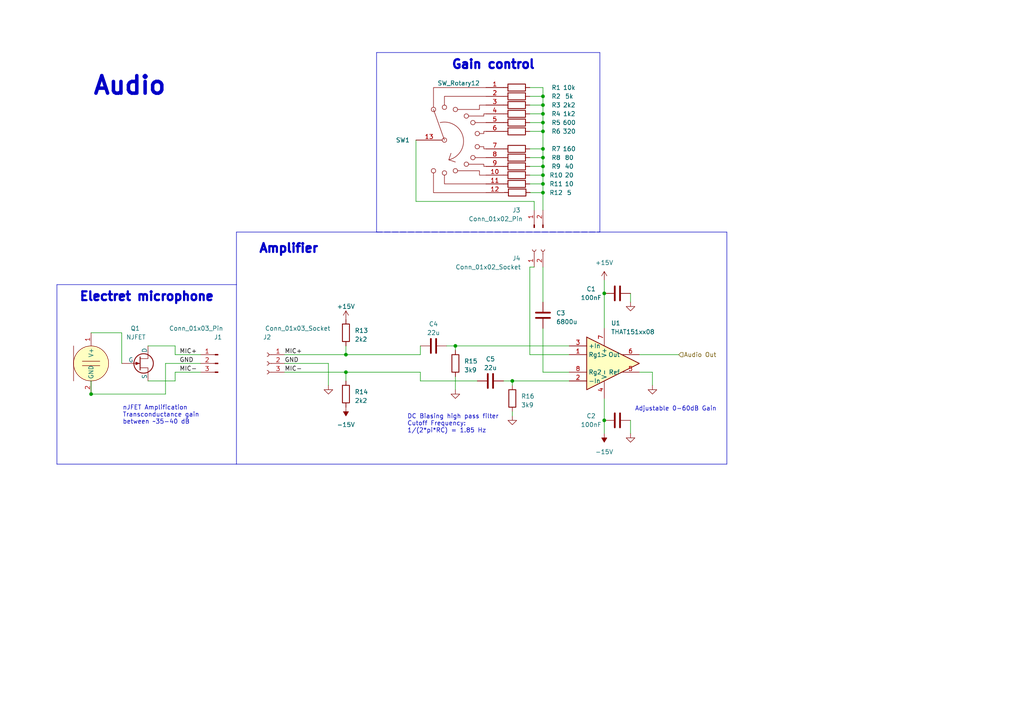
<source format=kicad_sch>
(kicad_sch (version 20230121) (generator eeschema)
  (paper "A4")
  (title_block (title "USB Microphone") (date "2023-09-21") (rev "0.1") (company "John Little"))
  (lib_symbols
    (symbol "Amplifier_Audio:THAT151xx08"
      (property "Reference" "U" (at 0 0 0))
      (property "Value" "THAT151xx08" (at 0 0 0))
      (symbol "THAT151xx08_0_1"
        (polyline (pts (xy -5.08 7.62) (xy -5.08 -7.62) (xy 10.16 0) (xy -5.08 7.62)) (stroke (width 0.254)) (fill (type background)))
      )
      (symbol "THAT151xx08_1_1"
        (pin passive line (at -10.16 2.54 0) (length 5.08) (name "Rg1") (number "1"))
        (pin input line (at -10.16 -5.08 0) (length 5.08) (name "-In") (number "2"))
        (pin input line (at -10.16 5.08 0) (length 5.08) (name "+In") (number "3"))
        (pin power_in line (at 0 -10.16 90) (length 5.08) (name "V-") (number "4"))
        (pin output line (at 10.16 -2.54 180) (length 5.08) (name "Ref") (number "5"))
        (pin output line (at 10.16 2.54 180) (length 5.08) (name "Out") (number "6"))
        (pin power_in line (at 0 10.16 270) (length 5.08) (name "V+") (number "7"))
        (pin passive line (at -10.16 -2.54 0) (length 5.08) (name "Rg2") (number "8"))
      )
    )
    (symbol "Connector:Conn_01x02_Pin" (pin_names (offset 1.016) hide)
      (property "Reference" "J" (at 0 2.54 0))
      (property "Value" "Conn_01x02_Pin" (at 0 -5.08 0))
      (symbol "Conn_01x02_Pin_1_1"
        (polyline (pts (xy 1.27 -2.54) (xy 0.8636 -2.54)) (stroke (width 0.1524)))
        (polyline (pts (xy 1.27 0) (xy 0.8636 0)) (stroke (width 0.1524)))
        (rectangle (start 0.8636 -2.413) (end 0 -2.667) (stroke (width 0.1524)) (fill (type outline)))
        (rectangle (start 0.8636 0.127) (end 0 -0.127) (stroke (width 0.1524)) (fill (type outline)))
        (pin passive line (at 5.08 0 180) (length 3.81) (name "Pin_1") (number "1"))
        (pin passive line (at 5.08 -2.54 180) (length 3.81) (name "Pin_2") (number "2"))
      )
    )
    (symbol "Connector:Conn_01x02_Socket" (pin_names (offset 1.016) hide)
      (property "Reference" "J" (at 0 2.54 0))
      (property "Value" "Conn_01x02_Socket" (at 0 -5.08 0))
      (symbol "Conn_01x02_Socket_1_1"
        (arc (start 0 -2.032) (mid -0.5058 -2.54) (end 0 -3.048) (stroke (width 0.1524)))
        (polyline (pts (xy -1.27 -2.54) (xy -0.508 -2.54)) (stroke (width 0.1524)))
        (polyline (pts (xy -1.27 0) (xy -0.508 0)) (stroke (width 0.1524)))
        (arc (start 0 0.508) (mid -0.5058 0) (end 0 -0.508) (stroke (width 0.1524)))
        (pin passive line (at -5.08 0 0) (length 3.81) (name "Pin_1") (number "1"))
        (pin passive line (at -5.08 -2.54 0) (length 3.81) (name "Pin_2") (number "2"))
      )
    )
    (symbol "Connector:Conn_01x03_Pin" (pin_names (offset 1.016) hide)
      (property "Reference" "J" (at 0 5.08 0))
      (property "Value" "Conn_01x03_Pin" (at 0 -5.08 0))
      (symbol "Conn_01x03_Pin_1_1"
        (polyline (pts (xy 1.27 -2.54) (xy 0.8636 -2.54)) (stroke (width 0.1524)))
        (polyline (pts (xy 1.27 0) (xy 0.8636 0)) (stroke (width 0.1524)))
        (polyline (pts (xy 1.27 2.54) (xy 0.8636 2.54)) (stroke (width 0.1524)))
        (rectangle (start 0.8636 -2.413) (end 0 -2.667) (stroke (width 0.1524)) (fill (type outline)))
        (rectangle (start 0.8636 0.127) (end 0 -0.127) (stroke (width 0.1524)) (fill (type outline)))
        (rectangle (start 0.8636 2.667) (end 0 2.413) (stroke (width 0.1524)) (fill (type outline)))
        (pin passive line (at 5.08 2.54 180) (length 3.81) (name "Pin_1") (number "1"))
        (pin passive line (at 5.08 0 180) (length 3.81) (name "Pin_2") (number "2"))
        (pin passive line (at 5.08 -2.54 180) (length 3.81) (name "Pin_3") (number "3"))
      )
    )
    (symbol "Connector:Conn_01x03_Socket" (pin_names (offset 1.016) hide)
      (property "Reference" "J" (at 0 5.08 0))
      (property "Value" "Conn_01x03_Socket" (at 0 -5.08 0))
      (symbol "Conn_01x03_Socket_1_1"
        (arc (start 0 -2.032) (mid -0.5058 -2.54) (end 0 -3.048) (stroke (width 0.1524)))
        (polyline (pts (xy -1.27 -2.54) (xy -0.508 -2.54)) (stroke (width 0.1524)))
        (polyline (pts (xy -1.27 0) (xy -0.508 0)) (stroke (width 0.1524)))
        (polyline (pts (xy -1.27 2.54) (xy -0.508 2.54)) (stroke (width 0.1524)))
        (arc (start 0 0.508) (mid -0.5058 0) (end 0 -0.508) (stroke (width 0.1524)))
        (arc (start 0 3.048) (mid -0.5058 2.54) (end 0 2.032) (stroke (width 0.1524)))
        (pin passive line (at -5.08 2.54 0) (length 3.81) (name "Pin_1") (number "1"))
        (pin passive line (at -5.08 0 0) (length 3.81) (name "Pin_2") (number "2"))
        (pin passive line (at -5.08 -2.54 0) (length 3.81) (name "Pin_3") (number "3"))
      )
    )
    (symbol "DIY Microphone:JLI2555BXZ3GP" (on_board no)
      (property "Reference" "U" (at 0 0 0))
      (symbol "JLI2555BXZ3GP_0_1"
        (polyline (pts (xy -5.08 -5.08) (xy -5.08 5.08)))
        (polyline (pts (xy 2.54 -0.635) (xy -2.54 -0.635)))
        (polyline (pts (xy 2.54 0.635) (xy -2.54 0.635)))
        (circle (center 0 0) (radius 5.08) (fill (type background)))
      )
      (symbol "JLI2555BXZ3GP_1_1"
        (pin output line (at 0 8.89 270) (length 3.81) (name "V+") (number "1"))
        (pin power_in line (at 0 -8.89 90) (length 3.81) (name "GND") (number "2"))
      )
    )
    (symbol "Device:C" (pin_numbers hide) (pin_names (offset 0.254))
      (property "Reference" "C" (at 0.635 2.54 0))
      (property "Value" "C" (at 0.635 -2.54 0))
      (symbol "C_0_1"
        (polyline (pts (xy -2.032 -0.762) (xy 2.032 -0.762)) (stroke (width 0.508)))
        (polyline (pts (xy -2.032 0.762) (xy 2.032 0.762)) (stroke (width 0.508)))
      )
      (symbol "C_1_1"
        (pin passive line (at 0 3.81 270) (length 2.794) (name "~") (number "1"))
        (pin passive line (at 0 -3.81 90) (length 2.794) (name "~") (number "2"))
      )
    )
    (symbol "Device:R" (pin_numbers hide) (pin_names (offset 0))
      (property "Reference" "R" (at 2.032 0 90))
      (property "Value" "R" (at 0 0 90))
      (symbol "R_0_1"
        (rectangle (start -1.016 -2.54) (end 1.016 2.54) (stroke (width 0.254)))
      )
      (symbol "R_1_1"
        (pin passive line (at 0 3.81 270) (length 1.27) (name "~") (number "1"))
        (pin passive line (at 0 -3.81 90) (length 1.27) (name "~") (number "2"))
      )
    )
    (symbol "Simulation_SPICE:NJFET" (pin_numbers hide) (pin_names (offset 0))
      (property "Reference" "Q" (at 5.08 1.27 0))
      (property "Value" "NJFET" (at 5.08 -1.27 0))
      (symbol "NJFET_0_1"
        (polyline (pts (xy 0.254 1.905) (xy 0.254 -1.905) (xy 0.254 -1.905)) (stroke (width 0.254)))
        (polyline (pts (xy 2.54 -2.54) (xy 2.54 -1.27) (xy 0.254 -1.27)))
        (polyline (pts (xy 2.54 2.54) (xy 2.54 1.397) (xy 0.254 1.397)))
        (polyline (pts (xy 0 0) (xy -1.016 0.381) (xy -1.016 -0.381) (xy 0 0)) (fill (type outline)))
        (circle (center 1.27 0) (radius 2.8194) (stroke (width 0.254)))
      )
      (symbol "NJFET_1_1"
        (pin passive line (at 2.54 5.08 270) (length 2.54) (name "D") (number "1"))
        (pin input line (at -5.08 0 0) (length 5.334) (name "G") (number "2"))
        (pin passive line (at 2.54 -5.08 90) (length 2.54) (name "S") (number "3"))
      )
    )
    (symbol "Switch:SW_Rotary12" (pin_names (offset 1.016) hide)
      (property "Reference" "SW" (at 0 17.78 0))
      (property "Value" "SW_Rotary12" (at 0 -17.78 0))
      (symbol "SW_Rotary12_0_0"
        (circle (center -10.16 -8.89) (radius 0.635))
        (circle (center -10.16 8.89) (radius 0.635))
        (circle (center -6.985 -9.525) (radius 0.635))
        (circle (center -6.985 0) (radius 0.635))
        (circle (center -6.985 9.525) (radius 0.635))
        (arc (start -5.715 -5.715) (mid -1.5995 0.937) (end -8.255 5.08))
        (circle (center -3.81 -8.89) (radius 0.635))
        (circle (center -3.81 8.89) (radius 0.635))
        (circle (center -0.635 -6.985) (radius 0.635))
        (circle (center -0.635 6.985) (radius 0.635))
        (polyline (pts (xy -6.985 0) (xy -10.16 8.89)))
        (polyline (pts (xy -5.715 -5.715) (xy -5.08 -3.81)))
        (polyline (pts (xy -5.715 -5.715) (xy -3.81 -6.35)))
        (polyline (pts (xy 1.905 -5.08) (xy 5.08 -5.08)))
        (polyline (pts (xy 1.905 5.08) (xy 5.08 5.08)))
        (polyline (pts (xy -10.16 -9.525) (xy -10.16 -15.24) (xy 5.08 -15.24)))
        (polyline (pts (xy -10.16 9.525) (xy -10.16 15.24) (xy 5.08 15.24)))
        (polyline (pts (xy -6.985 -10.16) (xy -6.985 -12.7) (xy 5.08 -12.7)))
        (polyline (pts (xy -6.985 10.16) (xy -6.985 12.7) (xy 5.08 12.7)))
        (polyline (pts (xy -3.175 -8.89) (xy 3.175 -8.89) (xy 3.175 -10.16) (xy 5.08 -10.16)))
        (polyline (pts (xy -3.175 8.89) (xy 3.175 8.89) (xy 3.175 10.16) (xy 5.08 10.16)))
        (polyline (pts (xy 0 -6.985) (xy 4.445 -6.985) (xy 4.445 -7.62) (xy 5.08 -7.62)))
        (polyline (pts (xy 0 6.985) (xy 4.445 6.985) (xy 4.445 7.62) (xy 5.08 7.62)))
        (polyline (pts (xy 3.175 -1.905) (xy 4.445 -1.905) (xy 4.445 -2.54) (xy 5.08 -2.54)))
        (polyline (pts (xy 3.175 1.905) (xy 4.445 1.905) (xy 4.445 2.54) (xy 5.08 2.54)))
        (circle (center 1.27 -5.08) (radius 0.635))
        (circle (center 1.27 5.08) (radius 0.635))
        (circle (center 2.54 -1.905) (radius 0.635))
        (circle (center 2.54 1.905) (radius 0.635))
      )
      (symbol "SW_Rotary12_0_1"
        (pin passive line (at 10.16 15.24 180) (length 5.08) (name "1") (number "1"))
        (pin passive line (at 10.16 -10.16 180) (length 5.08) (name "10") (number "10"))
        (pin passive line (at 10.16 -12.7 180) (length 5.08) (name "11") (number "11"))
        (pin passive line (at 10.16 -15.24 180) (length 5.08) (name "12") (number "12"))
        (pin passive line (at -15.24 0 0) (length 7.62) (name "13") (number "13"))
        (pin passive line (at 10.16 12.7 180) (length 5.08) (name "2") (number "2"))
        (pin passive line (at 10.16 10.16 180) (length 5.08) (name "3") (number "3"))
        (pin passive line (at 10.16 7.62 180) (length 5.08) (name "4") (number "4"))
        (pin passive line (at 10.16 5.08 180) (length 5.08) (name "5") (number "5"))
        (pin passive line (at 10.16 2.54 180) (length 5.08) (name "6") (number "6"))
        (pin passive line (at 10.16 -2.54 180) (length 5.08) (name "7") (number "7"))
        (pin passive line (at 10.16 -5.08 180) (length 5.08) (name "8") (number "8"))
        (pin passive line (at 10.16 -7.62 180) (length 5.08) (name "9") (number "9"))
      )
    )
    (symbol "power:+15V" (power) (pin_names (offset 0))
      (property "Value" "+15V" (at 0 3.556 0))
      (symbol "+15V_0_1"
        (polyline (pts (xy -0.762 1.27) (xy 0 2.54)))
        (polyline (pts (xy 0 0) (xy 0 2.54)))
        (polyline (pts (xy 0 2.54) (xy 0.762 1.27)))
      )
      (symbol "+15V_1_1"
        (pin power_in line (at 0 0 90) (length 0) hide (name "+15V") (number "1"))
      )
    )
    (symbol "power:-15V" (power) (pin_names (offset 0))
      (property "Value" "-15V" (at 0 3.81 0))
      (symbol "-15V_0_0"
        (pin power_in line (at 0 0 90) (length 0) hide (name "-15V") (number "1"))
      )
      (symbol "-15V_0_1"
        (polyline (pts (xy 0 0) (xy 0 1.27) (xy 0.762 1.27) (xy 0 2.54) (xy -0.762 1.27) (xy 0 1.27)) (fill (type outline)))
      )
    )
    (symbol "power:GND" (power) (pin_names (offset 0))
      (property "Value" "GND" (at 0 -3.81 0))
      (symbol "GND_0_1"
        (polyline (pts (xy 0 0) (xy 0 -1.27) (xy 1.27 -1.27) (xy 0 -2.54) (xy -1.27 -1.27) (xy 0 -1.27)))
      )
      (symbol "GND_1_1"
        (pin power_in line (at 0 0 270) (length 0) hide (name "GND") (number "1"))
      )
    )
  )
  (junction (at 157.48 27.94))
  (junction (at 148.59 110.49))
  (junction (at 157.48 35.56))
  (junction (at 157.48 48.26))
  (junction (at 157.48 43.18))
  (junction (at 157.48 33.02))
  (junction (at 175.26 121.92))
  (junction (at 100.33 107.95))
  (junction (at 157.48 30.48))
  (junction (at 100.33 102.87))
  (junction (at 157.48 53.34))
  (junction (at 26.416 114.3))
  (junction (at 157.48 45.72))
  (junction (at 175.26 85.09))
  (junction (at 157.48 38.1))
  (junction (at 157.48 55.88))
  (junction (at 157.48 50.8))
  (junction (at 132.08 100.33))
  (wire (pts (xy 157.48 53.34) (xy 157.48 55.88)))
  (polyline (pts (xy 173.99 67.31) (xy 173.99 15.24)) (stroke (width 0) (type solid)))
  (wire (pts (xy 153.67 102.87) (xy 153.67 77.47)))
  (polyline (pts (xy 68.58 67.31) (xy 109.22 67.31)))
  (wire (pts (xy 121.92 107.95) (xy 121.92 110.49)))
  (wire (pts (xy 189.23 107.95) (xy 185.42 107.95)))
  (wire (pts (xy 121.92 110.49) (xy 138.43 110.49)))
  (wire (pts (xy 175.26 95.25) (xy 175.26 85.09)))
  (wire (pts (xy 132.08 109.22) (xy 132.08 113.03)))
  (wire (pts (xy 48.006 105.41) (xy 48.006 114.3)))
  (wire (pts (xy 157.48 25.4) (xy 157.48 27.94)))
  (wire (pts (xy 50.8 107.95) (xy 50.8 110.49)))
  (wire (pts (xy 153.67 55.88) (xy 157.48 55.88)))
  (polyline (pts (xy 16.51 134.62) (xy 68.58 134.62)) (stroke (width 0) (type solid)))
  (wire (pts (xy 129.54 100.33) (xy 132.08 100.33)))
  (wire (pts (xy 95.25 105.41) (xy 95.25 111.76)))
  (polyline (pts (xy 68.58 82.55) (xy 16.51 82.55)) (stroke (width 0) (type solid)))
  (wire (pts (xy 153.67 53.34) (xy 157.48 53.34)))
  (polyline (pts (xy 109.22 67.31) (xy 210.82 67.31)))
  (wire (pts (xy 153.67 43.18) (xy 157.48 43.18)))
  (wire (pts (xy 120.65 40.64) (xy 120.65 58.42)))
  (wire (pts (xy 42.926 100.33) (xy 50.8 100.33)))
  (polyline (pts (xy 109.22 15.24) (xy 109.22 67.31)) (stroke (width 0) (type solid)))
  (wire (pts (xy 50.8 107.95) (xy 58.166 107.95)))
  (wire (pts (xy 154.94 58.42) (xy 154.94 60.96)))
  (wire (pts (xy 157.48 77.47) (xy 157.48 87.63)))
  (wire (pts (xy 82.55 105.41) (xy 95.25 105.41)))
  (wire (pts (xy 157.48 95.25) (xy 157.48 107.95)))
  (wire (pts (xy 157.48 35.56) (xy 157.48 38.1)))
  (wire (pts (xy 182.88 121.92) (xy 182.88 125.73)))
  (polyline (pts (xy 68.58 82.55) (xy 68.58 67.31)))
  (wire (pts (xy 50.8 102.87) (xy 50.8 100.33)))
  (wire (pts (xy 26.416 96.52) (xy 35.306 96.52)))
  (wire (pts (xy 121.92 102.87) (xy 121.92 100.33)))
  (wire (pts (xy 82.55 107.95) (xy 100.33 107.95)))
  (polyline (pts (xy 16.51 82.55) (xy 16.51 134.62)) (stroke (width 0) (type solid)))
  (wire (pts (xy 132.08 101.6) (xy 132.08 100.33)))
  (wire (pts (xy 146.05 110.49) (xy 148.59 110.49)))
  (wire (pts (xy 100.33 107.95) (xy 100.33 110.49)))
  (wire (pts (xy 153.67 38.1) (xy 157.48 38.1)))
  (wire (pts (xy 185.42 102.87) (xy 196.85 102.87)))
  (wire (pts (xy 153.67 77.47) (xy 154.94 77.47)))
  (wire (pts (xy 153.67 35.56) (xy 157.48 35.56)))
  (wire (pts (xy 153.67 45.72) (xy 157.48 45.72)))
  (wire (pts (xy 153.67 33.02) (xy 157.48 33.02)))
  (polyline (pts (xy 173.99 15.24) (xy 109.22 15.24)) (stroke (width 0) (type solid)))
  (wire (pts (xy 182.88 87.63) (xy 182.88 85.09)))
  (wire (pts (xy 153.67 30.48) (xy 157.48 30.48)))
  (wire (pts (xy 100.33 100.33) (xy 100.33 102.87)))
  (wire (pts (xy 26.416 114.3) (xy 26.416 110.49)))
  (wire (pts (xy 148.59 110.49) (xy 165.1 110.49)))
  (wire (pts (xy 157.48 50.8) (xy 157.48 53.34)))
  (wire (pts (xy 100.33 102.87) (xy 121.92 102.87)))
  (wire (pts (xy 50.8 110.49) (xy 42.926 110.49)))
  (wire (pts (xy 175.26 121.92) (xy 175.26 125.73)))
  (wire (pts (xy 153.67 25.4) (xy 157.48 25.4)))
  (wire (pts (xy 157.48 27.94) (xy 157.48 30.48)))
  (wire (pts (xy 153.67 102.87) (xy 165.1 102.87)))
  (wire (pts (xy 153.67 48.26) (xy 157.48 48.26)))
  (wire (pts (xy 48.006 105.41) (xy 58.166 105.41)))
  (wire (pts (xy 148.59 111.76) (xy 148.59 110.49)))
  (wire (pts (xy 157.48 48.26) (xy 157.48 50.8)))
  (wire (pts (xy 50.8 102.87) (xy 58.166 102.87)))
  (wire (pts (xy 157.48 38.1) (xy 157.48 43.18)))
  (wire (pts (xy 157.48 43.18) (xy 157.48 45.72)))
  (wire (pts (xy 175.26 115.57) (xy 175.26 121.92)))
  (wire (pts (xy 100.33 107.95) (xy 121.92 107.95)))
  (polyline (pts (xy 109.22 67.31) (xy 173.99 67.31)) (stroke (width 0) (type dash)))
  (polyline (pts (xy 68.58 134.62) (xy 68.58 82.55)) (stroke (width 0) (type solid)))
  (wire (pts (xy 120.65 58.42) (xy 154.94 58.42)))
  (wire (pts (xy 189.23 111.76) (xy 189.23 107.95)))
  (wire (pts (xy 157.48 33.02) (xy 157.48 35.56)))
  (wire (pts (xy 175.26 81.28) (xy 175.26 85.09)))
  (wire (pts (xy 48.006 114.3) (xy 26.416 114.3)))
  (wire (pts (xy 157.48 107.95) (xy 165.1 107.95)))
  (wire (pts (xy 153.67 50.8) (xy 157.48 50.8)))
  (wire (pts (xy 157.48 45.72) (xy 157.48 48.26)))
  (wire (pts (xy 132.08 100.33) (xy 165.1 100.33)))
  (polyline (pts (xy 210.82 67.31) (xy 210.82 134.62)))
  (wire (pts (xy 153.67 27.94) (xy 157.48 27.94)))
  (wire (pts (xy 82.55 102.87) (xy 100.33 102.87)))
  (polyline (pts (xy 210.82 134.62) (xy 68.58 134.62)))
  (wire (pts (xy 157.48 30.48) (xy 157.48 33.02)))
  (wire (pts (xy 157.48 55.88) (xy 157.48 60.96)))
  (wire (pts (xy 35.306 96.52) (xy 35.306 105.41)))
  (wire (pts (xy 148.59 119.38) (xy 148.59 120.65)))
  (text "Amplifier\n" (at 74.93 73.66 0) (effects (font (size 2.54 2.54) (thickness 1) bold) (justify left bottom)))
  (text "Adjustable 0-60dB Gain" (at 184.15 119.38 0) (effects (font (size 1.27 1.27)) (justify left bottom)))
  (text "Audio" (at 26.67 27.94 0) (effects (font (size 5.08 5.08) (thickness 1.016) bold) (justify left bottom)))
  (text "DC Biasing high pass filter\nCutoff Frequency:\n1/(2*pi*RC) = 1.85 Hz" (at 118.11 125.73 0) (effects (font (size 1.27 1.27)) (justify left bottom)))
  (text "Gain control" (at 130.81 20.32 0) (effects (font (size 2.54 2.54) (thickness 1) bold) (justify left bottom)))
  (text "nJFET Amplification\nTransconductance gain\nbetween ~35-40 dB" (at 35.56 123.19 0) (effects (font (size 1.27 1.27)) (justify left bottom)))
  (text "Electret microphone" (at 22.86 87.63 0) (effects (font (size 2.54 2.54) (thickness 1) bold) (justify left bottom)))
  (label "MIC-" (at 52.07 107.95 0))
  (label "GND" (at 52.07 105.41 0))
  (label "MIC+" (at 52.07 102.87 0))
  (label "GND" (at 82.55 105.41 0))
  (label "MIC+" (at 82.55 102.87 0))
  (label "MIC-" (at 82.55 107.95 0))
  (hierarchical_label "Audio Out" (shape input) (at 196.85 102.87 0))
  (symbol (lib_id "Amplifier_Audio:THAT151xx08") (at 175.26 105.41 0) (unit 1)
    (property "Reference" "U1" (at 177.2159 93.726 0) (effects (justify left)))
    (property "Value" "THAT151xx08" (at 177.2159 96.266 0) (effects (justify left)))
    (property "Datasheet" "https://www.thatcorp.com/datashts/THAT_1510-1512_Datasheet.pdf" (effects hide))
  )
  (symbol (lib_id "power:GND") (at 182.88 87.63 0) (unit 1)
    (property "Reference" "#PWR01" (effects hide))
    (property "Value" "GND" (effects hide))
  )
  (symbol (lib_id "Device:C") (at 125.73 100.33 90) (unit 1)
    (property "Reference" "C4" (at 125.73 93.98 90))
    (property "Value" "22u" (at 125.73 96.52 90))
  )
  (symbol (lib_id "Device:C") (at 157.48 91.44 180) (unit 1)
    (property "Reference" "C3" (at 161.29 90.805 0) (effects (justify right)))
    (property "Value" "6800u" (at 161.29 93.345 0) (effects (justify right)))
  )
  (symbol (lib_id "Device:R") (at 100.33 114.3 0) (unit 1)
    (property "Reference" "R14" (at 102.87 113.665 0) (effects (justify left)))
    (property "Value" "2k2" (at 102.87 116.205 0) (effects (justify left)))
  )
  (symbol (lib_id "Device:R") (at 149.86 45.72 90) (unit 1)
    (property "Reference" "R8" (at 161.29 45.72 90))
    (property "Value" "80" (at 165.1 45.72 90))
  )
  (symbol (lib_id "power:-15V") (at 100.33 118.11 180) (unit 1)
    (property "Reference" "#PWR08" (effects hide))
    (property "Value" "-15V" (at 100.33 123.19 0))
  )
  (symbol (lib_id "Switch:SW_Rotary12") (at 135.89 40.64 0) (unit 1)
    (property "Reference" "SW1" (at 116.84 40.64 0))
    (property "Value" "SW_Rotary12" (at 133.0325 24.13 0))
    (property "Datasheet" "http://cdn-reichelt.de/documents/datenblatt/C200/DS-Serie%23LOR.pdf" (effects hide))
  )
  (symbol (lib_id "Device:R") (at 149.86 48.26 90) (unit 1)
    (property "Reference" "R9" (at 161.29 48.26 90))
    (property "Value" "40" (at 165.1 48.26 90))
  )
  (symbol (lib_id "Device:R") (at 149.86 33.02 90) (unit 1)
    (property "Reference" "R4" (at 161.29 33.02 90))
    (property "Value" "1k2" (at 165.1 33.02 90))
  )
  (symbol (lib_id "Connector:Conn_01x02_Pin") (at 154.94 66.04 90) (unit 1)
    (property "Reference" "J3" (at 148.59 60.96 90) (effects (justify right)))
    (property "Value" "Conn_01x02_Pin" (at 135.89 63.5 90) (effects (justify right)))
  )
  (symbol (lib_id "Connector:Conn_01x03_Pin") (at 63.246 105.41 0) (mirror y) (unit 1)
    (property "Reference" "J1" (at 63.246 97.79 0))
    (property "Value" "Conn_01x03_Pin" (at 56.896 95.25 0))
  )
  (symbol (lib_id "Device:R") (at 149.86 27.94 90) (unit 1)
    (property "Reference" "R2" (at 161.29 27.94 90))
    (property "Value" "5k" (at 165.1 27.94 90))
  )
  (symbol (lib_id "power:+15V") (at 100.33 92.71 0) (unit 1)
    (property "Reference" "#PWR07" (effects hide))
    (property "Value" "+15V" (at 100.33 88.9 0))
  )
  (symbol (lib_id "DIY Microphone:JLI2555BXZ3GP") (at 26.416 105.41 0) (unit 1)
    (property "Reference" "U3" (effects hide))
    (property "Value" "5k" (effects hide))
    (property "Datasheet" "https://www.jlielectronics.com/content/JLI-2555BXZ3-GP.pdf" (effects hide))
  )
  (symbol (lib_id "Connector:Conn_01x03_Socket") (at 77.47 105.41 0) (mirror y) (unit 1)
    (property "Reference" "J2" (at 77.47 97.79 0))
    (property "Value" "Conn_01x03_Socket" (at 86.36 95.25 0))
  )
  (symbol (lib_id "Device:R") (at 149.86 25.4 90) (unit 1)
    (property "Reference" "R1" (at 161.29 25.4 90))
    (property "Value" "10k" (at 165.1 25.4 90))
  )
  (symbol (lib_id "Device:R") (at 149.997 55.8409 90) (unit 1)
    (property "Reference" "R12" (at 161.29 55.88 90))
    (property "Value" "5" (at 165.1 55.88 90))
  )
  (symbol (lib_id "Simulation_SPICE:NJFET") (at 40.386 105.41 0) (unit 1)
    (property "Reference" "Q1" (at 37.846 95.25 0) (effects (justify left)))
    (property "Value" "NJFET" (at 36.576 97.79 0) (effects (justify left)))
    (property "Sim.Device" "NJFET" (effects hide))
    (property "Sim.Type" "SHICHMANHODGES" (effects hide))
    (property "Sim.Pins" "1=D 2=G 3=S" (effects hide))
  )
  (symbol (lib_id "Device:C") (at 179.07 85.09 270) (unit 1)
    (property "Reference" "C1" (at 171.45 83.82 90))
    (property "Value" "100nF" (at 171.45 86.36 90))
  )
  (symbol (lib_id "Device:R") (at 149.86 38.1 90) (unit 1)
    (property "Reference" "R6" (at 161.29 38.1 90))
    (property "Value" "320" (at 165.1 38.1 90))
  )
  (symbol (lib_id "Device:R") (at 149.86 35.56 90) (unit 1)
    (property "Reference" "R5" (at 161.29 35.56 90))
    (property "Value" "600" (at 165.1 35.56 90))
  )
  (symbol (lib_id "Device:R") (at 148.59 115.57 0) (unit 1)
    (property "Reference" "R16" (at 151.13 114.935 0) (effects (justify left)))
    (property "Value" "3k9" (at 151.13 117.475 0) (effects (justify left)))
  )
  (symbol (lib_id "Device:R") (at 149.86 43.18 90) (unit 1)
    (property "Reference" "R7" (at 161.29 43.18 90))
    (property "Value" "160" (at 165.1 43.18 90))
  )
  (symbol (lib_id "power:-15V") (at 175.26 125.73 180) (unit 1)
    (property "Reference" "#PWR04" (effects hide))
    (property "Value" "-15V" (at 175.26 131.064 0))
  )
  (symbol (lib_id "Device:C") (at 179.07 121.92 270) (unit 1)
    (property "Reference" "C2" (at 171.45 120.65 90))
    (property "Value" "100nF" (at 171.45 123.19 90))
  )
  (symbol (lib_id "Device:R") (at 132.08 105.41 0) (unit 1)
    (property "Reference" "R15" (at 134.62 104.775 0) (effects (justify left)))
    (property "Value" "3k9" (at 134.62 107.315 0) (effects (justify left)))
  )
  (symbol (lib_id "Device:R") (at 149.86 53.34 90) (unit 1)
    (property "Reference" "R11" (at 161.29 53.34 90))
    (property "Value" "10" (at 165.1 53.34 90))
  )
  (symbol (lib_id "Device:R") (at 149.86 30.48 90) (unit 1)
    (property "Reference" "R3" (at 161.29 30.48 90))
    (property "Value" "2k2" (at 165.1 30.48 90))
  )
  (symbol (lib_id "power:GND") (at 182.88 125.73 0) (unit 1)
    (property "Reference" "#PWR02" (effects hide))
    (property "Value" "GND" (effects hide))
  )
  (symbol (lib_id "Device:R") (at 149.86 50.8 90) (unit 1)
    (property "Reference" "R10" (at 161.29 50.8 90))
    (property "Value" "20" (at 165.1 50.8 90))
  )
  (symbol (lib_id "power:GND") (at 148.59 120.65 0) (unit 1)
    (property "Reference" "#PWR010" (effects hide))
    (property "Value" "GND" (effects hide))
  )
  (symbol (lib_id "Connector:Conn_01x02_Socket") (at 154.94 72.39 90) (unit 1)
    (property "Reference" "J4" (at 148.59 74.93 90) (effects (justify right)))
    (property "Value" "Conn_01x02_Socket" (at 132.08 77.47 90) (effects (justify right)))
  )
  (symbol (lib_id "power:GND") (at 132.08 113.03 0) (unit 1)
    (property "Reference" "#PWR09" (effects hide))
    (property "Value" "GND" (effects hide))
  )
  (symbol (lib_id "power:GND") (at 189.23 111.76 0) (unit 1)
    (property "Reference" "#PWR05" (effects hide))
    (property "Value" "GND" (effects hide))
  )
  (symbol (lib_id "Device:C") (at 142.24 110.49 90) (unit 1)
    (property "Reference" "C5" (at 142.24 104.14 90))
    (property "Value" "22u" (at 142.24 106.68 90))
  )
  (symbol (lib_id "Device:R") (at 100.33 96.52 0) (unit 1)
    (property "Reference" "R13" (at 102.87 95.885 0) (effects (justify left)))
    (property "Value" "2k2" (at 102.87 98.425 0) (effects (justify left)))
  )
  (symbol (lib_id "power:+15V") (at 175.26 81.28 0) (unit 1)
    (property "Reference" "#PWR03" (effects hide))
    (property "Value" "+15V" (at 175.26 76.2 0))
  )
  (symbol (lib_id "power:GND") (at 95.25 111.76 0) (unit 1)
    (property "Reference" "#PWR06" (effects hide))
    (property "Value" "GND" (effects hide))
  )
)
</source>
